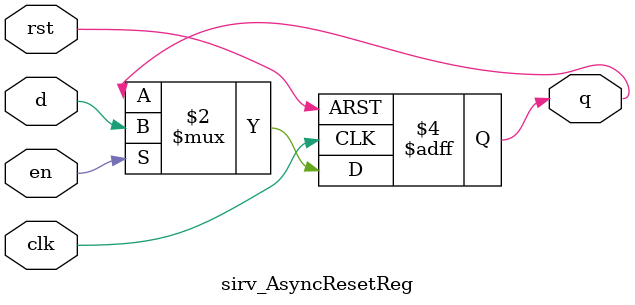
<source format=v>

 /*                                                                      
 Copyright 2018-2020 Nuclei System Technology, Inc.                
                                                                         
 Licensed under the Apache License, Version 2.0 (the "License");         
 you may not use this file except in compliance with the License.        
 You may obtain a copy of the License at                                 
                                                                         
     http://www.apache.org/licenses/LICENSE-2.0                          
                                                                         
  Unless required by applicable law or agreed to in writing, software    
 distributed under the License is distributed on an "AS IS" BASIS,       
 WITHOUT WARRANTIES OR CONDITIONS OF ANY KIND, either express or implied.
 See the License for the specific language governing permissions and     
 limitations under the License.                                          
 */                                                                      
                                                                         
                                                                         
                                                                         
module sirv_AsyncResetReg (
                      input      d,
                      output reg q,
                      input      en,

                      input      clk,
                      input      rst);
   
   always @(posedge clk or posedge rst) begin

      if (rst) begin
         q <= 1'b0;
      end else if (en) begin
         q <= d;
      end
   end
   

endmodule // AsyncResetReg


</source>
